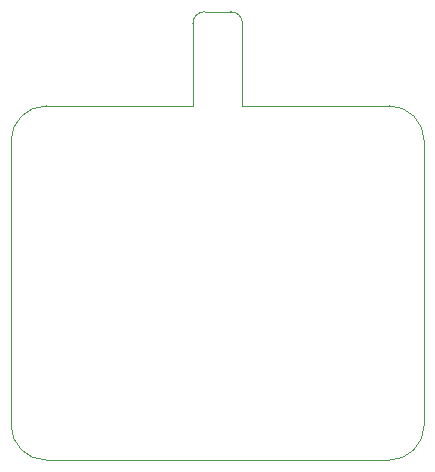
<source format=gbr>
%TF.GenerationSoftware,KiCad,Pcbnew,7.0.8*%
%TF.CreationDate,2023-11-19T15:13:29+01:00*%
%TF.ProjectId,AetherPhylax,41657468-6572-4506-9879-6c61782e6b69,rev?*%
%TF.SameCoordinates,Original*%
%TF.FileFunction,Profile,NP*%
%FSLAX46Y46*%
G04 Gerber Fmt 4.6, Leading zero omitted, Abs format (unit mm)*
G04 Created by KiCad (PCBNEW 7.0.8) date 2023-11-19 15:13:29*
%MOMM*%
%LPD*%
G01*
G04 APERTURE LIST*
%TA.AperFunction,Profile*%
%ADD10C,0.100000*%
%TD*%
G04 APERTURE END LIST*
D10*
X170050000Y-70250000D02*
G75*
G03*
X167050000Y-67250000I-3000000J0D01*
G01*
X138050000Y-67250000D02*
G75*
G03*
X135050000Y-70250000I0J-3000000D01*
G01*
X154650000Y-67250000D02*
X154650000Y-60275000D01*
X153650000Y-59275000D02*
X151450000Y-59275000D01*
X167050000Y-97250000D02*
G75*
G03*
X170050000Y-94250000I0J3000000D01*
G01*
X154650000Y-67250000D02*
X167050000Y-67250000D01*
X138050000Y-67250000D02*
X150450000Y-67250000D01*
X135050000Y-94250000D02*
X135050000Y-70250000D01*
X167050000Y-97250000D02*
X138050000Y-97250000D01*
X151450000Y-59275000D02*
G75*
G03*
X150450000Y-60275000I0J-1000000D01*
G01*
X150450000Y-60275000D02*
X150450000Y-67250000D01*
X154650000Y-60275000D02*
G75*
G03*
X153650000Y-59275000I-1000000J0D01*
G01*
X170050000Y-70250000D02*
X170050000Y-94250000D01*
X135050000Y-94250000D02*
G75*
G03*
X138050000Y-97250000I3000000J0D01*
G01*
M02*

</source>
